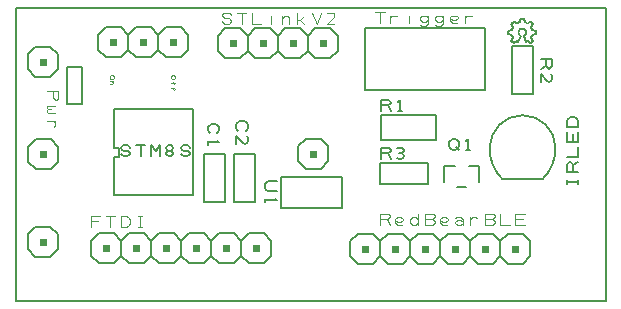
<source format=gto>
%FSLAX23Y23*%
%MOIN*%
G04 EasyPC Gerber Version 16.0.6 Build 3249 *
%ADD10C,0.00100*%
%ADD80C,0.00197*%
%ADD81C,0.00300*%
%ADD14C,0.00400*%
%ADD12C,0.00500*%
%ADD13C,0.00600*%
%ADD82C,0.00800*%
X0Y0D02*
D02*
D10*
X83Y190D02*
X103D01*
Y210*
X83*
Y190*
G36*
X103*
Y210*
X83*
Y190*
G37*
Y790D02*
X103D01*
Y810*
X83*
Y790*
G36*
X103*
Y810*
X83*
Y790*
G37*
X86Y482D02*
X106D01*
Y502*
X86*
Y482*
G36*
X106*
Y502*
X86*
Y482*
G37*
X315Y188D02*
X295D01*
Y168*
X315*
Y188*
G36*
X295*
Y168*
X315*
Y188*
G37*
X318Y855D02*
X338D01*
Y875*
X318*
Y855*
G36*
X338*
Y875*
X318*
Y855*
G37*
X415Y188D02*
X395D01*
Y168*
X415*
Y188*
G36*
X395*
Y168*
X415*
Y188*
G37*
X418Y855D02*
X438D01*
Y875*
X418*
Y855*
G36*
X438*
Y875*
X418*
Y855*
G37*
X515Y188D02*
X495D01*
Y168*
X515*
Y188*
G36*
X495*
Y168*
X515*
Y188*
G37*
X518Y855D02*
X538D01*
Y875*
X518*
Y855*
G36*
X538*
Y875*
X518*
Y855*
G37*
X615Y188D02*
X595D01*
Y168*
X615*
Y188*
G36*
X595*
Y168*
X615*
Y188*
G37*
X715D02*
X695D01*
Y168*
X715*
Y188*
G36*
X695*
Y168*
X715*
Y188*
G37*
X737Y871D02*
X717D01*
Y851*
X737*
Y871*
G36*
X717*
Y851*
X737*
Y871*
G37*
X815Y188D02*
X795D01*
Y168*
X815*
Y188*
G36*
X795*
Y168*
X815*
Y188*
G37*
X837Y871D02*
X817D01*
Y851*
X837*
Y871*
G36*
X817*
Y851*
X837*
Y871*
G37*
X937D02*
X917D01*
Y851*
X937*
Y871*
G36*
X917*
Y851*
X937*
Y871*
G37*
X985Y483D02*
X1005D01*
Y503*
X985*
Y483*
G36*
X1005*
Y503*
X985*
Y483*
G37*
X1037Y871D02*
X1017D01*
Y851*
X1037*
Y871*
G36*
X1017*
Y851*
X1037*
Y871*
G37*
X1159Y167D02*
X1179D01*
Y187*
X1159*
Y167*
G36*
X1179*
Y187*
X1159*
Y167*
G37*
X1259D02*
X1279D01*
Y187*
X1259*
Y167*
G36*
X1279*
Y187*
X1259*
Y167*
G37*
X1359D02*
X1379D01*
Y187*
X1359*
Y167*
G36*
X1379*
Y187*
X1359*
Y167*
G37*
X1459D02*
X1479D01*
Y187*
X1459*
Y167*
G36*
X1479*
Y187*
X1459*
Y167*
G37*
X1559D02*
X1579D01*
Y187*
X1559*
Y167*
G36*
X1579*
Y187*
X1559*
Y167*
G37*
X1659D02*
X1679D01*
Y187*
X1659*
Y167*
G36*
X1679*
Y187*
X1659*
Y167*
G37*
D02*
D12*
X3Y3D02*
X1971D01*
Y978*
X3*
Y3*
X332Y641D02*
X593D01*
Y357*
X332*
Y484*
X347*
Y514*
X332*
Y641*
X354Y494D02*
X357Y488D01*
X364Y485*
X376*
X382Y488*
X385Y494*
X382Y501*
X376Y504*
X364*
X357Y507*
X354Y513*
X357Y519*
X364Y522*
X376*
X382Y519*
X385Y513*
X420Y485D02*
Y522D01*
X404D02*
X435D01*
X454Y485D02*
Y522D01*
X470Y504*
X485Y522*
Y485*
X514Y504D02*
X520D01*
X526Y507*
X529Y513*
X526Y519*
X520Y522*
X514*
X507Y519*
X504Y513*
X507Y507*
X514Y504*
X507Y501*
X504Y494*
X507Y488*
X514Y485*
X520*
X526Y488*
X529Y494*
X526Y501*
X520Y504*
X554Y494D02*
X557Y488D01*
X564Y485*
X576*
X582Y488*
X585Y494*
X582Y501*
X576Y504*
X564*
X557Y507*
X554Y513*
X557Y519*
X564Y522*
X576*
X582Y519*
X585Y513*
X630Y493D02*
Y333D01*
X700*
Y493*
X630*
X651Y562D02*
X647Y565D01*
X644Y571*
Y581*
X647Y587*
X651Y590*
X657Y593*
X669*
X676Y590*
X679Y587*
X682Y581*
Y571*
X679Y565*
X676Y562*
X644Y537D02*
Y524D01*
Y531D02*
X682D01*
X676Y537*
X745Y570D02*
X742Y573D01*
X739Y580*
Y589*
X742Y595*
X745Y598*
X752Y602*
X764*
X770Y598*
X774Y595*
X777Y589*
Y580*
X774Y573*
X770Y570*
X739Y527D02*
Y552D01*
X761Y530*
X767Y527*
X774Y530*
X777Y536*
Y545*
X774Y552*
X800Y333D02*
Y493D01*
X730*
Y333*
X800*
X873Y401D02*
X845D01*
X838Y397*
X835Y391*
Y379*
X838Y372*
X845Y369*
X873*
X835Y344D02*
Y332D01*
Y338D02*
X873D01*
X867Y344*
X1090Y416D02*
Y313D01*
X889*
Y416*
X1090*
X1219Y394D02*
X1379D01*
Y464*
X1219*
Y394*
X1222Y476D02*
Y514D01*
X1243*
X1250Y511*
X1253Y504*
X1250Y498*
X1243Y495*
X1222*
X1243D02*
X1253Y476D01*
X1275Y479D02*
X1281Y476D01*
X1287*
X1293Y479*
X1297Y486*
X1293Y492*
X1287Y495*
X1281*
X1287D02*
X1293Y498D01*
X1297Y504*
X1293Y511*
X1287Y514*
X1281*
X1275Y511*
X1222Y636D02*
Y673D01*
X1243*
X1250Y670*
X1253Y664*
X1250Y658*
X1243Y655*
X1222*
X1243D02*
X1253Y636D01*
X1278D02*
X1290D01*
X1284D02*
Y673D01*
X1278Y667*
X1449Y519D02*
Y531D01*
X1452Y537*
X1455Y540*
X1461Y544*
X1467*
X1474Y540*
X1477Y537*
X1480Y531*
Y519*
X1477Y512*
X1474Y509*
X1467Y506*
X1461*
X1455Y509*
X1452Y512*
X1449Y519*
X1471Y515D02*
X1480Y506D01*
X1505D02*
X1517D01*
X1511D02*
Y544D01*
X1505Y537*
X1697Y886D02*
G75*
G03X1686I-5J12D01*
G01*
G75*
G02X1687Y885I0J-1*
G01*
X1679Y866*
G75*
G02X1678Y866I-1J0*
G01*
X1674Y868*
G75*
G03X1673Y868I0J-1*
G01*
X1664Y861*
G75*
G02X1663Y862I0J0*
G01*
X1655Y869*
G75*
G02X1655Y870I0J0*
G01*
X1662Y879*
G75*
G03X1662Y880I0J0*
G01*
X1658Y889*
G75*
G03X1657Y890I-1J0*
G01*
X1646Y892*
X1646Y903*
G75*
G02X1646Y904I1*
G01*
X1657Y906*
G75*
G03X1658Y906I0J1*
G01*
X1662Y916*
X1655Y925*
G75*
G02X1655Y926I0J0*
G01*
X1663Y934*
G75*
G02X1664Y934I0J0*
G01*
X1673Y928*
G75*
G03X1674Y928I0J0*
G01*
X1683Y932*
X1685Y943*
G75*
G02X1686Y944I1J0*
G01*
X1697*
G75*
G02X1698Y943I0J-1*
G01*
X1700Y932*
X1709Y928*
G75*
G03X1710Y928I0J1*
G01*
X1719Y934*
G75*
G02X1720Y934I0J0*
G01*
X1728Y926*
G75*
G02X1728Y925I0J0*
G01*
X1722Y916*
X1725Y906*
G75*
G03X1726Y906I1J0*
G01*
X1737Y904*
G75*
G02X1737Y903I0J-1*
G01*
Y892*
X1726Y890*
G75*
G03X1725Y889I0J-1*
G01*
X1722Y880*
G75*
G03X1722Y879I1J0*
G01*
X1728Y870*
G75*
G02X1728Y869I0J0*
G01*
X1720Y862*
G75*
G02X1719Y861I0J0*
G01*
X1710Y868*
G75*
G03X1709Y868I0J0*
G01*
X1705Y866*
G75*
G02X1704Y866I0J1*
G01*
X1697Y885*
G75*
G02X1697Y886I1J0*
G01*
X1728Y693D02*
Y853D01*
X1658*
Y693*
X1728*
X1753Y809D02*
X1790D01*
Y787*
X1787Y781*
X1781Y777*
X1774Y781*
X1771Y787*
Y809*
Y787D02*
X1753Y777D01*
Y734D02*
Y759D01*
X1774Y737*
X1781Y734*
X1787Y737*
X1790Y743*
Y752*
X1787Y759*
X1803Y512D02*
G75*
G03X1693Y622I-110D01*
G01*
G75*
G03X1583Y512J-110*
G01*
G75*
G03X1626Y409I146J0*
G01*
X1760*
G75*
G03X1803Y512I-103J103*
G01*
X1879Y394D02*
Y406D01*
Y400D02*
X1841D01*
Y394D02*
Y406D01*
X1879Y434D02*
X1841D01*
Y456*
X1844Y463*
X1850Y466*
X1857Y463*
X1860Y456*
Y434*
Y456D02*
X1879Y466D01*
X1841Y484D02*
X1879D01*
Y516*
Y534D02*
X1841D01*
Y566*
X1860Y559D02*
Y534D01*
X1879D02*
Y566D01*
Y584D02*
X1841D01*
Y603*
X1844Y609*
X1847Y613*
X1854Y616*
X1866*
X1872Y613*
X1875Y609*
X1879Y603*
Y584*
D02*
D13*
X118Y150D02*
X143Y175D01*
Y225*
X118Y250*
X68*
X43Y225*
Y175*
X68Y150*
X118*
Y750D02*
X143Y775D01*
Y825*
X118Y850*
X68*
X43Y825*
Y775*
X68Y750*
X118*
X121Y442D02*
X146Y467D01*
Y517*
X121Y542*
X71*
X46Y517*
Y467*
X71Y442*
X121*
X353Y815D02*
X378Y840D01*
Y890*
X353Y915*
X303*
X278Y890*
Y840*
X303Y815*
X353*
X355Y153D02*
X330Y128D01*
X280*
X255Y153*
Y203*
X280Y228*
X330*
X355Y203*
X378Y890D02*
X403Y915D01*
X453*
X478Y890*
Y840*
X453Y815*
X403*
X378Y840*
X455Y153D02*
X430Y128D01*
X380*
X355Y153*
Y203*
X380Y228*
X430*
X455Y203*
X478Y890D02*
X503Y915D01*
X553*
X578Y890*
Y840*
X553Y815*
X503*
X478Y840*
X555Y153D02*
X530Y128D01*
X480*
X455Y153*
Y203*
X480Y228*
X530*
X555Y203*
X655Y153D02*
X630Y128D01*
X580*
X555Y153*
Y203*
X580Y228*
X630*
X655Y203*
X755Y153D02*
X730Y128D01*
X680*
X655Y153*
Y203*
X680Y228*
X730*
X755Y203*
X777Y836D02*
X752Y811D01*
X702*
X677Y836*
Y886*
X702Y911*
X752*
X777Y886*
X780Y228D02*
X755Y203D01*
Y153*
X780Y128*
X830*
X855Y153*
Y203*
X830Y228*
X780*
X877Y836D02*
X852Y811D01*
X802*
X777Y836*
Y886*
X802Y911*
X852*
X877Y886*
X977Y836D02*
X952Y811D01*
X902*
X877Y836*
Y886*
X902Y911*
X952*
X977Y886*
X1002Y911D02*
X977Y886D01*
Y836*
X1002Y811*
X1052*
X1077Y836*
Y886*
X1052Y911*
X1002*
X1020Y443D02*
X1045Y468D01*
Y518*
X1020Y543*
X970*
X945Y518*
Y468*
X970Y443*
X1020*
X1194Y127D02*
X1219Y152D01*
Y202*
X1194Y227*
X1144*
X1119Y202*
Y152*
X1144Y127*
X1194*
X1219Y202D02*
X1244Y227D01*
X1294*
X1319Y202*
Y152*
X1294Y127*
X1244*
X1219Y152*
X1319Y202D02*
X1344Y227D01*
X1394*
X1419Y202*
Y152*
X1394Y127*
X1344*
X1319Y152*
X1419Y202D02*
X1444Y227D01*
X1494*
X1519Y202*
Y152*
X1494Y127*
X1444*
X1419Y152*
X1467Y452D02*
X1430D01*
Y398*
X1476Y384D02*
X1504D01*
X1519Y202D02*
X1544Y227D01*
X1594*
X1619Y202*
Y152*
X1594Y127*
X1544*
X1519Y152*
X1549Y398D02*
Y452D01*
X1513*
X1568Y913D02*
X1168D01*
Y707*
X1568*
Y913*
X1619Y202D02*
X1644Y227D01*
X1694*
X1719Y202*
Y152*
X1694Y127*
X1644*
X1619Y152*
D02*
D14*
X253Y249D02*
Y287D01*
X284*
X278Y268D02*
X253D01*
X319Y249D02*
Y287D01*
X303D02*
X334D01*
X353Y249D02*
Y287D01*
X372*
X378Y283*
X381Y280*
X384Y274*
Y262*
X381Y255*
X378Y252*
X372Y249*
X353*
X412D02*
X425D01*
X419D02*
Y287D01*
X412D02*
X425D01*
X691Y936D02*
X694Y930D01*
X701Y927*
X713*
X719Y930*
X722Y936*
X719Y942*
X713Y945*
X701*
X694Y949*
X691Y955*
X694Y961*
X701Y964*
X713*
X719Y961*
X722Y955*
X757Y927D02*
Y964D01*
X741D02*
X772D01*
X791D02*
Y927D01*
X822*
X854D02*
Y952D01*
Y961D02*
X891Y927*
Y952D01*
Y942D02*
X894Y949D01*
X901Y952*
X907*
X913Y949*
X916Y942*
Y927*
X941D02*
Y964D01*
Y939D02*
X951D01*
X966Y952*
X951Y939D02*
X966Y927D01*
X991Y964D02*
X1007Y927D01*
X1022Y964*
X1066Y927D02*
X1041D01*
X1063Y949*
X1066Y955*
X1063Y961*
X1057Y964*
X1047*
X1041Y961*
X1219Y256D02*
Y294D01*
X1241*
X1247Y291*
X1250Y285*
X1247Y278*
X1241Y275*
X1219*
X1241D02*
X1250Y256D01*
X1294Y260D02*
X1291Y256D01*
X1285*
X1278*
X1272Y260*
X1269Y266*
Y275*
X1272Y278*
X1278Y281*
X1285*
X1291Y278*
X1294Y275*
Y272*
X1291Y269*
X1285Y266*
X1278*
X1272Y269*
X1269Y272*
X1344D02*
X1341Y278D01*
X1335Y281*
X1328*
X1322Y278*
X1319Y272*
Y266*
X1322Y260*
X1328Y256*
X1335*
X1341Y260*
X1344Y266*
Y256D02*
Y294D01*
X1391Y275D02*
X1397Y272D01*
X1400Y266*
X1397Y260*
X1391Y256*
X1369*
Y294*
X1391*
X1397Y291*
X1400Y285*
X1397Y278*
X1391Y275*
X1369*
X1444Y260D02*
X1441Y256D01*
X1435*
X1428*
X1422Y260*
X1419Y266*
Y275*
X1422Y278*
X1428Y281*
X1435*
X1441Y278*
X1444Y275*
Y272*
X1441Y269*
X1435Y266*
X1428*
X1422Y269*
X1419Y272*
X1469Y278D02*
X1475Y281D01*
X1485*
X1491Y278*
X1494Y272*
Y263*
X1491Y260*
X1485Y256*
X1478*
X1472Y260*
X1469Y263*
Y266*
X1472Y269*
X1478Y272*
X1485*
X1491Y269*
X1494Y266*
Y263D02*
Y256D01*
X1519D02*
Y281D01*
Y272D02*
X1522Y278D01*
X1528Y281*
X1535*
X1541Y278*
X1591Y275D02*
X1597Y272D01*
X1600Y266*
X1597Y260*
X1591Y256*
X1569*
Y294*
X1591*
X1597Y291*
X1600Y285*
X1597Y278*
X1591Y275*
X1569*
X1619Y294D02*
Y256D01*
X1650*
X1669D02*
Y294D01*
X1700*
X1694Y275D02*
X1669D01*
Y256D02*
X1700D01*
D02*
D80*
X322Y755D02*
X327D01*
X329Y754*
X330Y753*
X331Y750*
Y748*
X330Y745*
X329Y744*
X327Y743*
X322*
X319Y744*
X318Y745*
X317Y748*
Y750*
X318Y753*
X319Y754*
X322Y755*
X317Y735D02*
X327D01*
X323D02*
X325Y734D01*
X327Y732*
Y729*
X325Y727*
X323Y726*
X317*
X525Y755D02*
X530D01*
X532Y754*
X534Y753*
X535Y750*
Y748*
X534Y745*
X532Y744*
X530Y743*
X525*
X523Y744*
X521Y745*
X520Y748*
Y750*
X521Y753*
X523Y754*
X525Y755*
X520Y730D02*
X532D01*
X534Y729*
Y728*
X532Y727*
X529Y733D02*
Y728D01*
X520Y711D02*
X532D01*
X534Y710*
Y708*
X532Y707*
X529Y713D02*
Y708D01*
D02*
D81*
X109Y704D02*
X146D01*
Y682*
X143Y676*
X137Y673*
X131Y676*
X128Y682*
Y704*
X134Y654D02*
X112D01*
X109Y651*
Y645*
X112Y641*
X121*
X112D02*
X109Y638D01*
Y632*
X112Y629*
X134*
X109Y604D02*
X134D01*
X125D02*
X131Y601D01*
X134Y595*
Y588*
X131Y582*
X1217Y929D02*
Y967D01*
X1202D02*
X1233D01*
X1252Y929D02*
Y954D01*
Y945D02*
X1255Y951D01*
X1261Y954*
X1267*
X1273Y951*
X1314Y929D02*
Y954D01*
Y964D02*
X1377Y945*
X1373Y951D01*
X1367Y954*
X1361*
X1355Y951*
X1352Y945*
Y942*
X1355Y935*
X1361Y932*
X1367*
X1373Y935*
X1377Y942*
Y954D02*
Y929D01*
X1373Y923*
X1367Y920*
X1358*
X1352Y923*
X1427Y945D02*
X1423Y951D01*
X1417Y954*
X1411*
X1405Y951*
X1402Y945*
Y942*
X1405Y935*
X1411Y932*
X1417*
X1423Y935*
X1427Y942*
Y954D02*
Y929D01*
X1423Y923*
X1417Y920*
X1408*
X1402Y923*
X1477Y932D02*
X1473Y929D01*
X1467*
X1461*
X1455Y932*
X1452Y939*
Y948*
X1455Y951*
X1461Y954*
X1467*
X1473Y951*
X1477Y948*
Y945*
X1473Y942*
X1467Y939*
X1461*
X1455Y942*
X1452Y945*
X1502Y929D02*
Y954D01*
Y945D02*
X1505Y951D01*
X1511Y954*
X1517*
X1523Y951*
D02*
D82*
X173Y782D02*
X226D01*
Y659*
X173*
Y782*
X1220Y538D02*
Y623D01*
X1403*
Y538*
X1220*
X0Y0D02*
M02*

</source>
